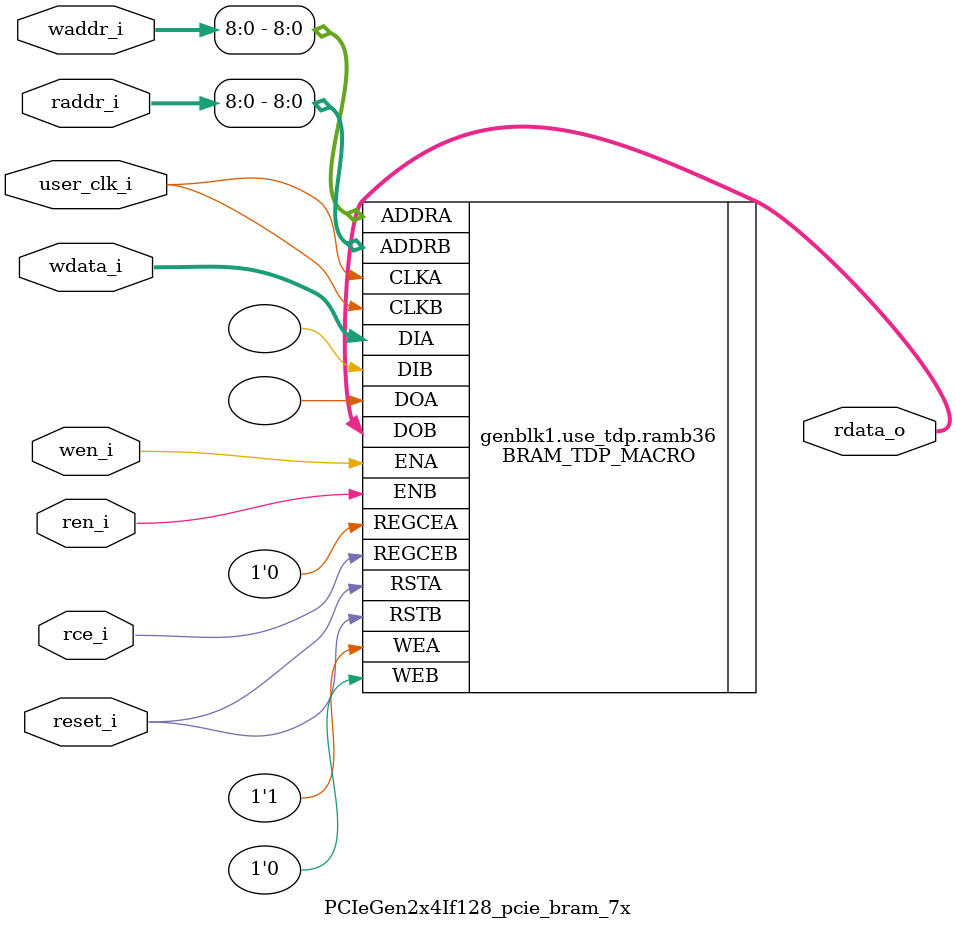
<source format=v>

`timescale 1ps/1ps

(* DowngradeIPIdentifiedWarnings = "yes" *)
module PCIeGen2x4If128_pcie_bram_7x
  #(
    parameter [3:0]  LINK_CAP_MAX_LINK_SPEED = 4'h1,        // PCIe Link Speed : 1 - 2.5 GT/s; 2 - 5.0 GT/s
    parameter [5:0]  LINK_CAP_MAX_LINK_WIDTH = 6'h08,       // PCIe Link Width : 1 / 2 / 4 / 8
    parameter IMPL_TARGET = "HARD",                         // the implementation target : HARD, SOFT
    parameter DOB_REG = 0,                                  // 1 - use the output register;
                                                            // 0 - don't use the output register
    parameter WIDTH = 0                                     // supported WIDTH's : 4, 9, 18, 36 - uses RAMB36
                                                            //                     72 - uses RAMB36SDP
    )
    (
     input               user_clk_i,// user clock
     input               reset_i,   // bram reset

     input               wen_i,     // write enable
     input [12:0]        waddr_i,   // write address
     input [WIDTH - 1:0] wdata_i,   // write data

     input               ren_i,     // read enable
     input               rce_i,     // output register clock enable
     input [12:0]        raddr_i,   // read address

     output [WIDTH - 1:0] rdata_o   // read data
     );

   // map the address bits
   localparam ADDR_MSB = ((WIDTH == 4)  ? 12 :
                          (WIDTH == 9)  ? 11 :
                          (WIDTH == 18) ? 10 :
                          (WIDTH == 36) ?  9 :
                                           8
                          );

   // set the width of the tied off low address bits
   localparam ADDR_LO_BITS = ((WIDTH == 4)  ? 2 :
                              (WIDTH == 9)  ? 3 :
                              (WIDTH == 18) ? 4 :
                              (WIDTH == 36) ? 5 :
                                              0 // for WIDTH 72 use RAMB36SDP
                              );

   // map the data bits
   localparam D_MSB =  ((WIDTH == 4)  ?  3 :
                        (WIDTH == 9)  ?  7 :
                        (WIDTH == 18) ? 15 :
                        (WIDTH == 36) ? 31 :
                                        63
                        );

   // map the data parity bits
   localparam DP_LSB =  D_MSB + 1;

   localparam DP_MSB =  ((WIDTH == 4)  ? 4 :
                         (WIDTH == 9)  ? 8 :
                         (WIDTH == 18) ? 17 :
                         (WIDTH == 36) ? 35 :
                                         71
                        );

   localparam DPW = DP_MSB - DP_LSB + 1;
   localparam WRITE_MODE = ((WIDTH == 72) && (!((LINK_CAP_MAX_LINK_SPEED == 4'h2) && (LINK_CAP_MAX_LINK_WIDTH == 6'h08)))) ? "WRITE_FIRST" :
                           ((LINK_CAP_MAX_LINK_SPEED == 4'h2) && (LINK_CAP_MAX_LINK_WIDTH == 6'h08)) ? "WRITE_FIRST" : "NO_CHANGE";

   localparam DEVICE = (IMPL_TARGET == "HARD") ? "7SERIES" : "VIRTEX6";
   localparam BRAM_SIZE = "36Kb";

   localparam WE_WIDTH =(DEVICE == "VIRTEX5" || DEVICE == "VIRTEX6" || DEVICE == "7SERIES") ?
                            ((WIDTH <= 9) ? 1 :
                             (WIDTH > 9 && WIDTH <= 18) ? 2 :
                             (WIDTH > 18 && WIDTH <= 36) ? 4 :
                             (WIDTH > 36 && WIDTH <= 72) ? 8 :
                             (BRAM_SIZE == "18Kb") ? 4 : 8 ) : 8;

   //synthesis translate_off
   initial begin
      //$display("[%t] %m DOB_REG %0d WIDTH %0d ADDR_MSB %0d ADDR_LO_BITS %0d DP_MSB %0d DP_LSB %0d D_MSB %0d",
      //          $time, DOB_REG,   WIDTH,    ADDR_MSB,    ADDR_LO_BITS,    DP_MSB,    DP_LSB,    D_MSB);

      case (WIDTH)
        4,9,18,36,72:;
        default:
          begin
             $display("[%t] %m Error WIDTH %0d not supported", $time, WIDTH);
             $finish;
          end
      endcase // case (WIDTH)
   end
   //synthesis translate_on

   generate
   if ((LINK_CAP_MAX_LINK_WIDTH == 6'h08 && LINK_CAP_MAX_LINK_SPEED == 4'h2) || (WIDTH == 72)) begin : use_sdp
        BRAM_SDP_MACRO #(
               .DEVICE        (DEVICE),
               .BRAM_SIZE     (BRAM_SIZE),
               .DO_REG        (DOB_REG),
               .READ_WIDTH    (WIDTH),
               .WRITE_WIDTH   (WIDTH),
               .WRITE_MODE    (WRITE_MODE)
               )
        ramb36sdp(
               .DO             (rdata_o[WIDTH-1:0]),
               .DI             (wdata_i[WIDTH-1:0]),
               .RDADDR         (raddr_i[ADDR_MSB:0]),
               .RDCLK          (user_clk_i),
               .RDEN           (ren_i),
               .REGCE          (rce_i),
               .RST            (reset_i),
               .WE             ({WE_WIDTH{1'b1}}),
               .WRADDR         (waddr_i[ADDR_MSB:0]),
               .WRCLK          (user_clk_i),
               .WREN           (wen_i)
               );

    end  // block: use_sdp
    else if (WIDTH <= 36) begin : use_tdp
    // use RAMB36's if the width is 4, 9, 18, or 36
        BRAM_TDP_MACRO #(
               .DEVICE        (DEVICE),
               .BRAM_SIZE     (BRAM_SIZE),
               .DOA_REG       (0),
               .DOB_REG       (DOB_REG),
               .READ_WIDTH_A  (WIDTH),
               .READ_WIDTH_B  (WIDTH),
               .WRITE_WIDTH_A (WIDTH),
               .WRITE_WIDTH_B (WIDTH),
               .WRITE_MODE_A  (WRITE_MODE)
               )
        ramb36(
               .DOA            (),
               .DOB            (rdata_o[WIDTH-1:0]),
               .ADDRA          (waddr_i[ADDR_MSB:0]),
               .ADDRB          (raddr_i[ADDR_MSB:0]),
               .CLKA           (user_clk_i),
               .CLKB           (user_clk_i),
               .DIA            (wdata_i[WIDTH-1:0]),
               .DIB            ({WIDTH{1'b0}}),
               .ENA            (wen_i),
               .ENB            (ren_i),
               .REGCEA         (1'b0),
               .REGCEB         (rce_i),
               .RSTA           (reset_i),
               .RSTB           (reset_i),
               .WEA            ({WE_WIDTH{1'b1}}),
               .WEB            ({WE_WIDTH{1'b0}})
               );
   end // block: use_tdp
   endgenerate

endmodule // pcie_bram_7x


</source>
